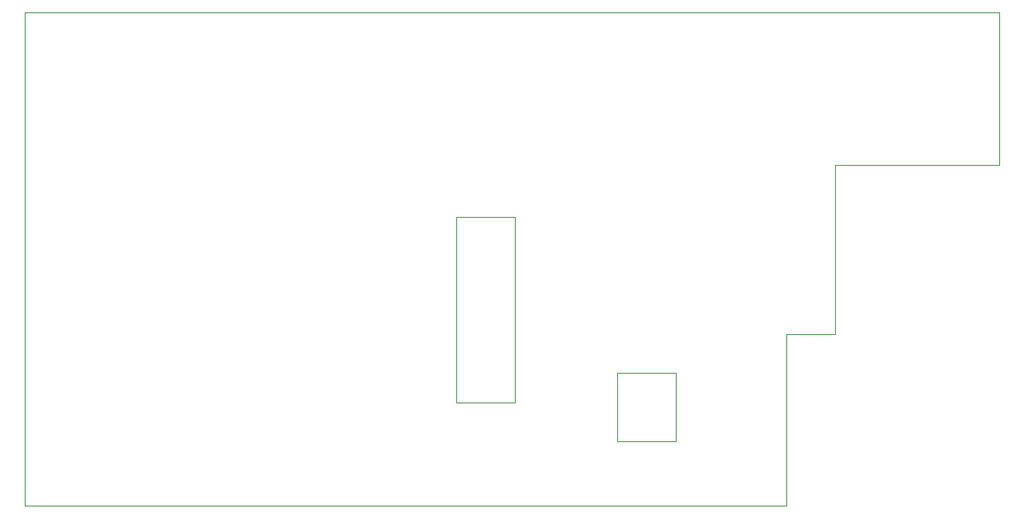
<source format=gbr>
G04 #@! TF.GenerationSoftware,KiCad,Pcbnew,(6.0.0)*
G04 #@! TF.CreationDate,2023-01-21T17:32:25+03:00*
G04 #@! TF.ProjectId,dspmodule,6473706d-6f64-4756-9c65-2e6b69636164,rev?*
G04 #@! TF.SameCoordinates,Original*
G04 #@! TF.FileFunction,Profile,NP*
%FSLAX46Y46*%
G04 Gerber Fmt 4.6, Leading zero omitted, Abs format (unit mm)*
G04 Created by KiCad (PCBNEW (6.0.0)) date 2023-01-21 17:32:25*
%MOMM*%
%LPD*%
G01*
G04 APERTURE LIST*
G04 #@! TA.AperFunction,Profile*
%ADD10C,0.050000*%
G04 #@! TD*
G04 APERTURE END LIST*
D10*
X255170000Y-75000000D02*
X181870000Y-75000000D01*
X181870000Y-75000000D02*
X155170000Y-75000000D01*
X199500000Y-96000000D02*
X199500000Y-106500000D01*
X155170000Y-75000000D02*
X155170000Y-125600000D01*
X255170000Y-90640000D02*
X255170000Y-75000000D01*
X238300000Y-90640000D02*
X238300000Y-91000000D01*
X165860000Y-125600000D02*
X165340000Y-125600000D01*
X233360000Y-108000000D02*
X238300000Y-108000000D01*
X233360000Y-125600000D02*
X233360000Y-108000000D01*
X216000000Y-119000000D02*
X216000000Y-112000000D01*
X238300000Y-91000000D02*
X238300000Y-108000000D01*
X165860000Y-125600000D02*
X233360000Y-125600000D01*
X205500000Y-96000000D02*
X199500000Y-96000000D01*
X222000000Y-112000000D02*
X222000000Y-119000000D01*
X216000000Y-112000000D02*
X222000000Y-112000000D01*
X255170000Y-90640000D02*
X238300000Y-90640000D01*
X205500000Y-115000000D02*
X205500000Y-96000000D01*
X199500000Y-106500000D02*
X199500000Y-115000000D01*
X222000000Y-119000000D02*
X216000000Y-119000000D01*
X165340000Y-125600000D02*
X155170000Y-125600000D01*
X199500000Y-115000000D02*
X205500000Y-115000000D01*
M02*

</source>
